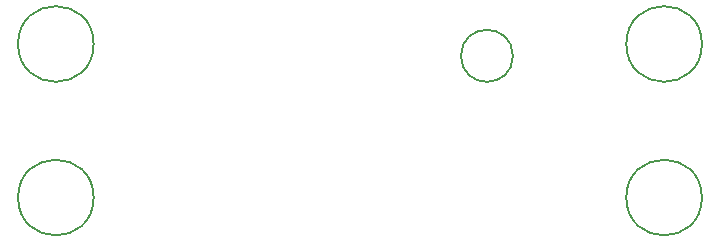
<source format=gbr>
%TF.GenerationSoftware,KiCad,Pcbnew,(6.0.11-0)*%
%TF.CreationDate,2023-03-19T15:08:07+09:00*%
%TF.ProjectId,MB-RL7021-11-M5StickC,4d422d52-4c37-4303-9231-2d31312d4d35,rev?*%
%TF.SameCoordinates,Original*%
%TF.FileFunction,Other,Comment*%
%FSLAX46Y46*%
G04 Gerber Fmt 4.6, Leading zero omitted, Abs format (unit mm)*
G04 Created by KiCad (PCBNEW (6.0.11-0)) date 2023-03-19 15:08:07*
%MOMM*%
%LPD*%
G01*
G04 APERTURE LIST*
%ADD10C,0.150000*%
G04 APERTURE END LIST*
D10*
%TO.C,U1*%
X166700000Y-111500000D02*
G75*
G03*
X166700000Y-111500000I-2200000J0D01*
G01*
%TO.C,H2*%
X131200000Y-123500000D02*
G75*
G03*
X131200000Y-123500000I-3200000J0D01*
G01*
%TO.C,H4*%
X182700000Y-110500000D02*
G75*
G03*
X182700000Y-110500000I-3200000J0D01*
G01*
%TO.C,H1*%
X131200000Y-110500000D02*
G75*
G03*
X131200000Y-110500000I-3200000J0D01*
G01*
%TO.C,H3*%
X182700000Y-123500000D02*
G75*
G03*
X182700000Y-123500000I-3200000J0D01*
G01*
%TD*%
M02*

</source>
